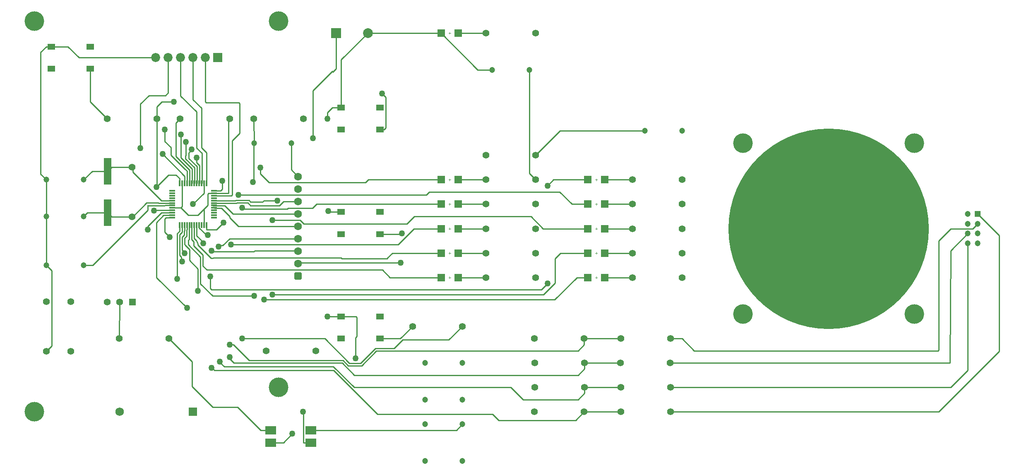
<source format=gtl>
G04*
G04 #@! TF.GenerationSoftware,Altium Limited,Altium Designer,21.8.1 (53)*
G04*
G04 Layer_Physical_Order=1*
G04 Layer_Color=255*
%FSLAX43Y43*%
%MOMM*%
G71*
G04*
G04 #@! TF.SameCoordinates,254FD313-6811-457E-9EF1-8F19C8A8C8A9*
G04*
G04*
G04 #@! TF.FilePolarity,Positive*
G04*
G01*
G75*
%ADD13C,0.254*%
%ADD14C,0.100*%
%ADD16R,0.300X1.200*%
%ADD17R,1.200X0.300*%
%ADD18R,1.550X1.300*%
%ADD19R,1.500X1.500*%
%ADD20R,1.500X5.500*%
%ADD21R,2.200X1.700*%
%ADD28R,1.840X1.840*%
%ADD29C,1.840*%
%ADD30C,2.000*%
%ADD31R,2.000X2.000*%
%ADD35C,1.750*%
%ADD36R,1.750X1.750*%
%ADD40C,1.400*%
%ADD41C,1.200*%
%ADD42R,1.200X1.200*%
%ADD43R,1.400X1.400*%
%ADD44C,1.600*%
G04:AMPARAMS|DCode=45|XSize=1.6mm|YSize=1.6mm|CornerRadius=0.4mm|HoleSize=0mm|Usage=FLASHONLY|Rotation=90.000|XOffset=0mm|YOffset=0mm|HoleType=Round|Shape=RoundedRectangle|*
%AMROUNDEDRECTD45*
21,1,1.600,0.800,0,0,90.0*
21,1,0.800,1.600,0,0,90.0*
1,1,0.800,0.400,0.400*
1,1,0.800,0.400,-0.400*
1,1,0.800,-0.400,-0.400*
1,1,0.800,-0.400,0.400*
%
%ADD45ROUNDEDRECTD45*%
%ADD46C,1.270*%
%ADD47C,41.000*%
%ADD48C,4.000*%
D13*
X34742Y52011D02*
Y53250D01*
X34210Y51479D02*
X34742Y52011D01*
X34210Y45353D02*
Y51479D01*
X45000Y54750D02*
X46750Y53000D01*
X43274Y56726D02*
X45000Y55000D01*
Y54750D02*
Y55000D01*
X41849Y56726D02*
X43274D01*
X41500Y57234D02*
X44001D01*
X48947Y58274D02*
X49237Y57984D01*
X46213Y58274D02*
X48947D01*
X46189Y58250D02*
X46213Y58274D01*
X42016Y58250D02*
X46189D01*
X41750Y57742D02*
X46399D01*
X47500Y56641D02*
X47649Y56492D01*
X48737Y57766D02*
X49269Y57234D01*
X46399Y57742D02*
X46423Y57766D01*
X47500Y56641D02*
Y56750D01*
X46423Y57766D02*
X48737D01*
X47649Y56492D02*
X56746D01*
X46750Y59439D02*
X85225Y59439D01*
X38773Y52656D02*
X40279Y51150D01*
X38773Y52656D02*
Y53227D01*
X38750Y53250D02*
X38773Y53227D01*
X38258Y51062D02*
Y51250D01*
Y51062D02*
X39586Y49735D01*
Y49531D02*
Y49735D01*
X45500Y70500D02*
X47006Y72006D01*
X45500Y59399D02*
Y70500D01*
X47000Y75000D02*
X47006Y74994D01*
X46851Y78296D02*
X47000Y78147D01*
X40189Y78296D02*
X46851D01*
X47006Y72006D02*
Y74994D01*
X47000Y75000D02*
Y78147D01*
X44781Y73281D02*
Y74781D01*
X44750Y73250D02*
X44781Y73281D01*
X44750Y59750D02*
Y73250D01*
X43879Y59750D02*
X44750D01*
X40279Y51150D02*
X40500D01*
X30790Y56258D02*
X32727D01*
X65000Y56000D02*
X65109Y55891D01*
X67805D01*
X29524Y56250D02*
X30782D01*
X30790Y56258D01*
X29500Y56226D02*
X29524Y56250D01*
X31000Y55750D02*
X32250D01*
X28250Y53000D02*
X31000Y55750D01*
X30000Y42500D02*
X36250Y36250D01*
X30000Y42500D02*
Y53750D01*
X31492Y55242D01*
X39750Y59766D02*
Y61250D01*
X37484Y57500D02*
X39750Y59766D01*
X40500Y57250D02*
Y59601D01*
X40649Y59750D02*
X41500D01*
X41750D01*
X40500Y59601D02*
X40649Y59750D01*
X39750Y56500D02*
X40500Y57250D01*
X38500Y55250D02*
X39750Y56500D01*
X36500Y55250D02*
X38500D01*
X39750Y53250D02*
Y56500D01*
X35000Y56750D02*
X36500Y55250D01*
X41750Y59742D02*
X43871D01*
X43125Y60250D02*
X43500Y60625D01*
Y62250D01*
X41750Y60250D02*
X43125D01*
X44781Y74781D02*
X45000Y75000D01*
X45335Y59234D02*
X45500Y59399D01*
X40114Y78370D02*
X40189Y78296D01*
X40040Y78444D02*
X40114Y78370D01*
X40040Y78444D02*
Y87500D01*
X42000Y59234D02*
X45335D01*
X35750Y61750D02*
Y63250D01*
X36250Y61750D02*
Y64274D01*
X37258Y61750D02*
Y64774D01*
X37766Y61750D02*
Y64984D01*
X39290Y61750D02*
Y67960D01*
X38782Y61750D02*
Y65436D01*
X38274Y61750D02*
Y65226D01*
X38250Y69000D02*
X39290Y67960D01*
X38234Y67000D02*
X38250Y66984D01*
Y65968D02*
Y66984D01*
X31250Y67750D02*
X35750Y63250D01*
X35837Y64687D02*
X36250Y64274D01*
X35837Y64683D02*
Y64687D01*
X33000Y67520D02*
Y69111D01*
Y67520D02*
X35837Y64683D01*
X34984Y67048D02*
Y71734D01*
Y67048D02*
X37258Y64774D01*
X33984Y67266D02*
Y74144D01*
Y67266D02*
X36750Y64500D01*
X35984Y66766D02*
Y67421D01*
X36609Y66891D02*
X38274Y65226D01*
X36609Y66891D02*
Y67954D01*
X38250Y65968D02*
X38782Y65436D01*
X36750Y61750D02*
Y64500D01*
X35984Y66766D02*
X37766Y64984D01*
X35984Y67421D02*
X36000Y67437D01*
Y70250D01*
X37250Y68595D02*
Y68750D01*
X36609Y67954D02*
X37250Y68595D01*
X39250Y69032D02*
X40266Y68016D01*
X40250Y64563D02*
X40266Y64579D01*
Y68016D01*
X40250Y61750D02*
Y64563D01*
X34984Y71734D02*
X35000Y71750D01*
X31750Y70361D02*
Y72750D01*
Y70361D02*
X33000Y69111D01*
X34750Y61750D02*
Y62750D01*
X34000Y63500D02*
X34750Y62750D01*
X32500Y63500D02*
X34000D01*
X30080Y61080D02*
X32500Y63500D01*
X49875Y69875D02*
X50000Y70000D01*
X49750Y62000D02*
X49875Y62125D01*
Y69875D01*
X50000Y70000D02*
Y72441D01*
X33984Y74144D02*
X34840Y75000D01*
X39250Y69032D02*
Y77160D01*
X49237Y57984D02*
X51723D01*
X51989Y58250D02*
X54750D01*
X51723Y57984D02*
X51989Y58250D01*
X55171Y57234D02*
X56017Y58080D01*
X49269Y57234D02*
X55171D01*
X51250Y63750D02*
X53021Y61979D01*
X51250Y63750D02*
Y65000D01*
X54171Y37984D02*
X54187Y38000D01*
X52000D02*
X52016Y37984D01*
X54171D01*
X74984Y40016D02*
X75000Y40000D01*
X41234Y40016D02*
X74984D01*
X41000Y40250D02*
X41234Y40016D01*
X75000Y40000D02*
X108750D01*
X53750Y39000D02*
X109187D01*
X53750Y54250D02*
X59420D01*
X65000Y34500D02*
X67805D01*
X67805Y34500D01*
X65000Y75000D02*
Y76250D01*
X66032Y77282D02*
X67805D01*
X65000Y76250D02*
X66032Y77282D01*
X109187Y39000D02*
X111535Y41348D01*
X54187Y38000D02*
X111500D01*
X41000Y40250D02*
Y42750D01*
X111500Y38000D02*
X116000Y42500D01*
X108750Y40000D02*
X110000Y41250D01*
X75755Y51391D02*
X80141D01*
X80250Y51500D01*
X59120Y45500D02*
X80000D01*
X110000Y61250D02*
X111250Y62500D01*
X106609Y55000D02*
X109109Y52500D01*
X118250D01*
X82750Y55000D02*
X106609D01*
X81250Y53500D02*
X82750Y55000D01*
X79437Y49250D02*
X82687Y52500D01*
X45250Y49250D02*
X79437D01*
X60170Y53500D02*
X81250D01*
X59420Y54250D02*
X60170Y53500D01*
X59000Y45380D02*
X59120Y45500D01*
X38572Y49108D02*
X41199Y46480D01*
X52811Y46561D02*
X67799D01*
X67962Y46399D01*
X52750Y46500D02*
X52811Y46561D01*
X77250Y46500D02*
X78250Y47500D01*
X41629Y46480D02*
X41649Y46500D01*
X41199Y46480D02*
X41629D01*
X67962Y46399D02*
X77250D01*
X41649Y46500D02*
X52750D01*
X77250Y46399D02*
Y46500D01*
X66116Y84582D02*
X66750Y85216D01*
X62000Y71000D02*
Y80750D01*
X66000Y84750D01*
X82687Y52500D02*
X88250D01*
X116000Y42500D02*
X118250D01*
X111535Y41348D02*
Y46386D01*
X112649Y47500D01*
X118250D01*
X46750Y53000D02*
X59000D01*
X56975Y56721D02*
X61971D01*
X56746Y56492D02*
X56975Y56721D01*
X62750Y57500D02*
X88250D01*
X61971Y56721D02*
X62750Y57500D01*
X85225Y59439D02*
X85786Y60000D01*
X112500D01*
X115000Y57500D01*
X118250D01*
X42250Y52250D02*
X43750Y53750D01*
Y53766D01*
X40250Y52250D02*
X42250D01*
X40250Y52250D02*
Y53250D01*
X38500Y49180D02*
X38572Y49108D01*
X41427Y47823D02*
X49980D01*
X50117Y47960D01*
X43597Y49034D02*
X45023Y50460D01*
X38250Y50000D02*
X38487Y49289D01*
X41250Y48000D02*
X41427Y47823D01*
X50117Y47960D02*
X58960D01*
X42944Y49034D02*
X43597D01*
X38487Y49289D02*
X38500Y49180D01*
X42750Y48839D02*
X42944Y49034D01*
X35726Y51226D02*
Y52008D01*
X36742Y50343D02*
Y53000D01*
X36500Y49229D02*
Y50101D01*
X35750Y50500D02*
X36234Y50984D01*
X36500Y50101D02*
X36742Y50343D01*
X36234Y50984D02*
Y52269D01*
X35250Y50750D02*
X35726Y51226D01*
X36500Y49229D02*
X39024Y46705D01*
Y41226D02*
Y46705D01*
Y41226D02*
X41500Y38750D01*
X50000D01*
X39380Y47250D02*
X39383D01*
X37635Y48994D02*
Y49865D01*
Y48994D02*
X39380Y47250D01*
X39383D02*
X39532Y47101D01*
X35817Y49194D02*
X36750Y48261D01*
X38516Y39750D02*
Y44234D01*
X35250Y48157D02*
X35734Y47673D01*
X36750Y46000D02*
X38516Y44234D01*
X34718Y47079D02*
Y51234D01*
X35734Y47500D02*
Y47673D01*
X34718Y47079D02*
X35056Y46742D01*
X36750Y46000D02*
Y48261D01*
X34718Y51234D02*
X35250Y51766D01*
X34210Y45353D02*
X34250Y45313D01*
X35056Y45944D02*
Y46742D01*
X35750Y49250D02*
Y50500D01*
X35250Y48157D02*
Y50750D01*
X35056Y45944D02*
X35250Y45750D01*
X34250Y42250D02*
Y45313D01*
X42500Y60250D02*
X42500Y60250D01*
X41750Y60250D02*
X42500D01*
X26750Y69000D02*
Y78000D01*
X28500Y79750D01*
X31840D02*
X32420Y80330D01*
X28500Y79750D02*
X31840D01*
X32420Y80330D02*
Y87500D01*
X37500Y78910D02*
Y87500D01*
Y78910D02*
X39250Y77160D01*
X34960Y79680D02*
X38250Y76390D01*
Y69000D02*
Y76390D01*
X34960Y79680D02*
Y87500D01*
X30000Y61000D02*
X30080Y61080D01*
X28250Y52250D02*
Y53000D01*
Y57242D02*
Y57250D01*
Y56250D02*
Y57242D01*
X30404Y57758D02*
X30412Y57750D01*
X28008Y57758D02*
X30404D01*
X17000Y45000D02*
X28250Y56250D01*
X25085Y54835D02*
X28008Y57758D01*
X30412Y57750D02*
X33250D01*
X15120Y45000D02*
X17000D01*
X30080Y61080D02*
Y75000D01*
X31758Y57250D02*
X33250D01*
X28250Y57242D02*
X31750D01*
X32468Y58250D02*
X32777D01*
X25219Y64031D02*
X30992Y58258D01*
X32460D02*
X32468Y58250D01*
X30992Y58258D02*
X32460D01*
X32777Y58250D02*
X33250D01*
X32777Y58250D02*
X32777Y58250D01*
X25219Y64031D02*
Y64861D01*
X25000Y65080D02*
X25219Y64861D01*
X35000Y56750D02*
X35250Y57000D01*
Y61750D01*
X33250Y56750D02*
X35000D01*
X46628Y15952D02*
X51310Y11270D01*
X41548Y15952D02*
X46628D01*
X32580Y30000D02*
X37263Y25317D01*
Y20237D02*
Y25317D01*
X45023Y50460D02*
X59000D01*
X40319Y44069D02*
X76236D01*
X77805Y42500D01*
X39532Y44856D02*
X40319Y44069D01*
X111250Y62500D02*
X118250D01*
X37750Y50500D02*
X38250Y50000D01*
X37750Y50500D02*
X37750D01*
X37250Y50250D02*
X37635Y49865D01*
X37250Y50250D02*
Y51000D01*
X37250Y51000D01*
Y53250D01*
X37750Y50500D02*
Y52418D01*
X38250Y51250D02*
Y52750D01*
X39532Y44856D02*
Y47101D01*
X37750Y52418D02*
X37750Y52418D01*
Y53250D01*
X35250Y52000D02*
Y53250D01*
X35750Y52008D02*
Y53250D01*
X36250Y52269D02*
Y53250D01*
X35250Y51766D02*
Y52000D01*
X58960Y47960D02*
X59000Y47920D01*
X47500Y30000D02*
X64437D01*
X69453Y24984D01*
X78250Y47500D02*
X88250D01*
X77805Y42500D02*
X88250D01*
X44001Y57234D02*
X45695Y55540D01*
X57694D01*
X57694Y55540D01*
X56017Y58080D02*
X59000D01*
X57694Y55540D02*
X59000D01*
X45000Y28750D02*
X45750D01*
X68210Y25508D02*
X69242Y24476D01*
X71976D02*
X75000Y27500D01*
X69453Y24984D02*
X71766D01*
X74790Y28008D02*
X78646D01*
X71766Y24984D02*
X74790Y28008D01*
X69242Y24476D02*
X71976D01*
X78646Y28008D02*
X80388Y29750D01*
X70750Y26000D02*
Y30188D01*
X71000Y30438D02*
Y34351D01*
X70750Y30188D02*
X71000Y30438D01*
X67805Y34500D02*
X70851D01*
X71000Y34351D01*
X79920Y30000D02*
X82420Y32500D01*
X75755Y30000D02*
X79920D01*
X89830Y29750D02*
X92580Y32500D01*
X80388Y29750D02*
X89830D01*
X45750Y28750D02*
X48992Y25508D01*
X68210D01*
X32493Y54750D02*
X33250D01*
X31984Y54734D02*
X32477D01*
X32481Y54731D01*
X31750Y54500D02*
X31984Y54734D01*
X31750Y51750D02*
Y54500D01*
Y51750D02*
X32750Y50750D01*
X75000Y27500D02*
X116250D01*
X68000Y25000D02*
X70500Y22500D01*
X116250D01*
X124920Y25000D02*
X125000D01*
X116250Y22500D02*
X117580Y23830D01*
X116250Y27500D02*
X117500Y28750D01*
Y30000D01*
X32250Y55750D02*
X33250D01*
X32460Y55242D02*
X32468Y55250D01*
X31492Y55242D02*
X32460D01*
X32777Y55250D02*
X32777Y55250D01*
X32468Y55250D02*
X32777D01*
X32777Y55250D02*
X33250D01*
X45000Y25858D02*
Y26250D01*
Y25858D02*
X45858Y25000D01*
X68000D01*
X105000Y17500D02*
X116250D01*
X70468Y20000D02*
X102500D01*
X75250Y14500D02*
X98750D01*
X66197Y24271D02*
X70468Y20000D01*
X61600Y11270D02*
X91390D01*
X98750Y14500D02*
X100000Y13250D01*
X102500Y20000D02*
X105000Y17500D01*
X66245Y23505D02*
X75250Y14500D01*
X41250Y24000D02*
X41412D01*
X91390Y11270D02*
X92620Y12500D01*
X41907Y23505D02*
X66245D01*
X41412Y24000D02*
X41907Y23505D01*
X117580Y23830D02*
Y25000D01*
X43878Y24271D02*
X66197D01*
X43000Y25149D02*
Y25250D01*
Y25149D02*
X43878Y24271D01*
X20830Y65080D02*
X25000D01*
X37263Y20237D02*
X41548Y15952D01*
X51310Y11270D02*
X53400D01*
X116250Y17500D02*
X117580Y18830D01*
Y20000D01*
X100000Y13250D02*
X115750D01*
X117500Y15000D01*
X73329Y62500D02*
X88250D01*
X72808Y61979D02*
X73329Y62500D01*
X53021Y61979D02*
X72808D01*
X88250Y62500D02*
X88250Y62500D01*
X60000Y15000D02*
X60096Y14904D01*
Y8730D02*
Y14904D01*
X67805Y77282D02*
Y87055D01*
X73250Y92500D01*
X30080Y75000D02*
Y77470D01*
X31096Y78486D01*
X33566D01*
X56007Y8730D02*
X57810Y10533D01*
X53400Y8730D02*
X56007D01*
X135080Y25000D02*
X192351D01*
X192500Y48000D01*
X196000Y51500D01*
X14163Y87500D02*
X29880D01*
X11913Y89750D02*
X14163Y87500D01*
X8525Y89750D02*
X11913D01*
X7500Y45000D02*
X8585Y43915D01*
Y28505D02*
Y43915D01*
X7500Y27420D02*
X8585Y28505D01*
X60096Y8730D02*
X61600D01*
X16475Y78445D02*
Y85250D01*
Y78445D02*
X19920Y75000D01*
X20000Y64250D02*
X20830Y65080D01*
X20830Y54920D02*
X25000D01*
X20000Y55750D02*
X20830Y54920D01*
X15870Y55750D02*
X20000D01*
X15120Y55000D02*
X15870Y55750D01*
X16870Y64250D02*
X20000D01*
X15120Y62500D02*
X16870Y64250D01*
X57620Y64540D02*
Y70000D01*
Y64540D02*
X59000Y63160D01*
X135160Y15000D02*
X190000D01*
X202395Y27395D01*
Y51105D01*
X198000Y55500D02*
X202395Y51105D01*
X196000Y23500D02*
Y49500D01*
X192500Y20000D02*
X196000Y23500D01*
X135160Y20000D02*
X192500D01*
X197000Y52500D02*
X198000Y53500D01*
X192500Y52500D02*
X197000D01*
X190000Y50000D02*
X192500Y52500D01*
X190000Y27649D02*
Y50000D01*
X189851Y27500D02*
X190000Y27649D01*
X140000Y27500D02*
X189851D01*
X137500Y30000D02*
X140000Y27500D01*
X135160Y30000D02*
X137500D01*
X95750Y85000D02*
X98690D01*
X88250Y92500D02*
X95750Y85000D01*
X75755Y72782D02*
X76581D01*
X76937Y73137D01*
Y79350D01*
X76149Y80137D02*
X76937Y79350D01*
X6350Y63650D02*
X7500Y62500D01*
X6350Y63650D02*
Y88646D01*
X7454Y89750D01*
X8525D01*
X106310Y63770D02*
Y85000D01*
Y63770D02*
X107580Y62500D01*
X66750Y85216D02*
Y92500D01*
X73250D02*
X88250D01*
X49920Y72521D02*
Y75000D01*
Y72521D02*
X50000Y72441D01*
X7500Y45000D02*
Y55000D01*
Y62500D01*
X22500Y33786D02*
Y37500D01*
X22420Y33706D02*
X22500Y33786D01*
X22420Y30000D02*
Y33706D01*
X117580Y25000D02*
X124920D01*
X117500Y30000D02*
X125000D01*
X117580Y20000D02*
X125000D01*
X117500Y15000D02*
X125000D01*
X107580Y67500D02*
X112580Y72500D01*
X129880D01*
X121750Y62500D02*
X127420D01*
X91750Y47500D02*
X97420D01*
X91750Y52500D02*
X97420D01*
X91750Y57500D02*
X97420D01*
X91750Y42500D02*
X97420D01*
X91750Y62500D02*
X97420D01*
X91750Y92500D02*
X97420D01*
X121750Y42500D02*
X127420D01*
X121750Y47500D02*
X127420D01*
X121750Y52500D02*
X127420D01*
X121750Y57500D02*
X127340D01*
D14*
X120000Y57300D02*
Y57700D01*
X119800Y57500D02*
X120200D01*
X120000Y52300D02*
Y52700D01*
X119800Y52500D02*
X120200D01*
X120000Y47300D02*
Y47700D01*
X119800Y47500D02*
X120200D01*
X120000Y42300D02*
Y42700D01*
X119800Y42500D02*
X120200D01*
X90000Y92300D02*
Y92700D01*
X89800Y92500D02*
X90200D01*
X90000Y62300D02*
Y62700D01*
X89800Y62500D02*
X90200D01*
X90000Y42300D02*
Y42700D01*
X89800Y42500D02*
X90200D01*
X90000Y57300D02*
Y57700D01*
X89800Y57500D02*
X90200D01*
X90000Y52300D02*
Y52700D01*
X89800Y52500D02*
X90200D01*
X90000Y47300D02*
Y47700D01*
X89800Y47500D02*
X90200D01*
X120000Y62300D02*
Y62700D01*
X119800Y62500D02*
X120200D01*
D16*
X34750Y61750D02*
D03*
X35250D02*
D03*
X35750D02*
D03*
X36250D02*
D03*
X36750D02*
D03*
X37250D02*
D03*
X37750D02*
D03*
X38250D02*
D03*
X38750D02*
D03*
X39250D02*
D03*
X39750D02*
D03*
X40250D02*
D03*
Y53250D02*
D03*
X39750D02*
D03*
X39250D02*
D03*
X38750D02*
D03*
X38250D02*
D03*
X37750D02*
D03*
X37250D02*
D03*
X36750D02*
D03*
X36250D02*
D03*
X35750D02*
D03*
X35250D02*
D03*
X34750D02*
D03*
D17*
X41750Y60250D02*
D03*
Y59750D02*
D03*
Y59250D02*
D03*
Y58750D02*
D03*
Y58250D02*
D03*
Y57750D02*
D03*
Y57250D02*
D03*
Y56750D02*
D03*
Y56250D02*
D03*
Y55750D02*
D03*
Y55250D02*
D03*
Y54750D02*
D03*
X33250D02*
D03*
Y55250D02*
D03*
Y55750D02*
D03*
Y56250D02*
D03*
Y56750D02*
D03*
Y57250D02*
D03*
Y57750D02*
D03*
Y58250D02*
D03*
Y58750D02*
D03*
Y59250D02*
D03*
Y59750D02*
D03*
Y60250D02*
D03*
D18*
X67805Y77282D02*
D03*
Y72782D02*
D03*
X75755Y77282D02*
D03*
Y72782D02*
D03*
Y51391D02*
D03*
Y55891D02*
D03*
X67805Y51391D02*
D03*
Y55891D02*
D03*
X75755Y30000D02*
D03*
Y34500D02*
D03*
X67805Y30000D02*
D03*
Y34500D02*
D03*
X8525Y89750D02*
D03*
Y85250D02*
D03*
X16475Y89750D02*
D03*
Y85250D02*
D03*
D19*
X118250Y57500D02*
D03*
X121750D02*
D03*
X118250Y52500D02*
D03*
X121750D02*
D03*
X118250Y47500D02*
D03*
X121750D02*
D03*
X118250Y42500D02*
D03*
X121750D02*
D03*
X88250Y92500D02*
D03*
X91750D02*
D03*
X88250Y62500D02*
D03*
X91750D02*
D03*
X88250Y42500D02*
D03*
X91750D02*
D03*
X88250Y57500D02*
D03*
X91750D02*
D03*
X88250Y52500D02*
D03*
X91750D02*
D03*
X88250Y47500D02*
D03*
X91750D02*
D03*
X118250Y62500D02*
D03*
X121750D02*
D03*
D20*
X20000Y55750D02*
D03*
Y64250D02*
D03*
D21*
X53400Y8730D02*
D03*
Y11270D02*
D03*
X61600D02*
D03*
Y8730D02*
D03*
D28*
X42580Y87500D02*
D03*
D29*
X40040D02*
D03*
X37500D02*
D03*
X34960D02*
D03*
X32420D02*
D03*
X29880D02*
D03*
D30*
X73250Y92500D02*
D03*
D31*
X66750D02*
D03*
D35*
X22500Y15000D02*
D03*
D36*
X37500D02*
D03*
D40*
X92580Y32500D02*
D03*
X82420D02*
D03*
X137500Y57500D02*
D03*
X127340D02*
D03*
X137580Y52500D02*
D03*
X127420D02*
D03*
X137580Y47500D02*
D03*
X127420D02*
D03*
X137580Y42500D02*
D03*
X127420D02*
D03*
X107340Y15000D02*
D03*
X117500D02*
D03*
X107420Y20000D02*
D03*
X117580D02*
D03*
X125000Y15000D02*
D03*
X135160D02*
D03*
X125000Y20000D02*
D03*
X135160D02*
D03*
X107580Y92500D02*
D03*
X97420D02*
D03*
X25000Y65080D02*
D03*
Y54920D02*
D03*
X107580Y62500D02*
D03*
X97420D02*
D03*
X107580Y42500D02*
D03*
X97420D02*
D03*
X107580Y57500D02*
D03*
X97420D02*
D03*
Y67500D02*
D03*
X107580D02*
D03*
Y52500D02*
D03*
X97420D02*
D03*
X107580Y47500D02*
D03*
X97420D02*
D03*
X107420Y25000D02*
D03*
X117580D02*
D03*
X137580Y62500D02*
D03*
X127420D02*
D03*
X124920Y25000D02*
D03*
X135080D02*
D03*
X107340Y30000D02*
D03*
X117500D02*
D03*
X60080Y75000D02*
D03*
X49920D02*
D03*
X125000Y30000D02*
D03*
X135160D02*
D03*
X7500Y37580D02*
D03*
Y27420D02*
D03*
X12500D02*
D03*
Y37580D02*
D03*
X32580Y30000D02*
D03*
X22420D02*
D03*
X45000Y75000D02*
D03*
X34840D02*
D03*
X30080D02*
D03*
X19920D02*
D03*
X52420Y27500D02*
D03*
X62580D02*
D03*
X19900Y37500D02*
D03*
X22500D02*
D03*
D41*
X196000Y51500D02*
D03*
Y53500D02*
D03*
Y49500D02*
D03*
Y55500D02*
D03*
X198000Y51500D02*
D03*
Y53500D02*
D03*
Y49500D02*
D03*
X106310Y85000D02*
D03*
X98690D02*
D03*
X85000Y17500D02*
D03*
X92620D02*
D03*
X85000Y12500D02*
D03*
X92620D02*
D03*
X85000Y5000D02*
D03*
X92620D02*
D03*
X7500Y55000D02*
D03*
X15120D02*
D03*
X7500Y62500D02*
D03*
X15120D02*
D03*
X137500Y72500D02*
D03*
X129880D02*
D03*
X57620Y70000D02*
D03*
X50000D02*
D03*
X92620Y25000D02*
D03*
X85000D02*
D03*
X15120Y45000D02*
D03*
X7500D02*
D03*
D42*
X198000Y55500D02*
D03*
D43*
X25100Y37500D02*
D03*
D44*
X59000Y63160D02*
D03*
Y60620D02*
D03*
Y58080D02*
D03*
Y53000D02*
D03*
Y47920D02*
D03*
Y45380D02*
D03*
Y50460D02*
D03*
Y55540D02*
D03*
D45*
Y42840D02*
D03*
D46*
X47500Y56750D02*
D03*
X46750Y59439D02*
D03*
X37484Y57500D02*
D03*
X40500Y51150D02*
D03*
X43500Y62250D02*
D03*
X33566Y78486D02*
D03*
X38234Y67000D02*
D03*
X37250Y68750D02*
D03*
X36000Y70250D02*
D03*
X35000Y71750D02*
D03*
X31750Y72750D02*
D03*
X31250Y67750D02*
D03*
X49750Y62000D02*
D03*
X51250Y65000D02*
D03*
X52000Y38000D02*
D03*
X53750Y39000D02*
D03*
Y54250D02*
D03*
X65130Y56069D02*
D03*
X65000Y34500D02*
D03*
Y75000D02*
D03*
X80000Y45500D02*
D03*
X80250Y51500D02*
D03*
X110000Y61250D02*
D03*
X62000Y71000D02*
D03*
X43750Y53766D02*
D03*
X42750Y48839D02*
D03*
X39586Y49531D02*
D03*
X50000Y38750D02*
D03*
X35734Y47500D02*
D03*
X35250Y45750D02*
D03*
X26750Y69000D02*
D03*
X29500Y56226D02*
D03*
X28250Y52250D02*
D03*
X30000Y61000D02*
D03*
X41000Y42750D02*
D03*
X38516Y39750D02*
D03*
X45250Y49250D02*
D03*
X41250Y48000D02*
D03*
X110000Y41250D02*
D03*
X54750Y58250D02*
D03*
X34250Y42250D02*
D03*
X45000Y28750D02*
D03*
X47500Y30000D02*
D03*
X70750Y26000D02*
D03*
X32750Y50750D02*
D03*
X45000Y26250D02*
D03*
X36250Y36250D02*
D03*
X43000Y25250D02*
D03*
X41250Y24000D02*
D03*
X60000Y15000D02*
D03*
X57810Y10533D02*
D03*
X76149Y80137D02*
D03*
D47*
X167500Y52500D02*
D03*
D48*
X150000Y35000D02*
D03*
X185000D02*
D03*
Y70000D02*
D03*
X150000D02*
D03*
X55000Y95000D02*
D03*
X5000D02*
D03*
X55000Y20000D02*
D03*
X5000Y15000D02*
D03*
M02*

</source>
